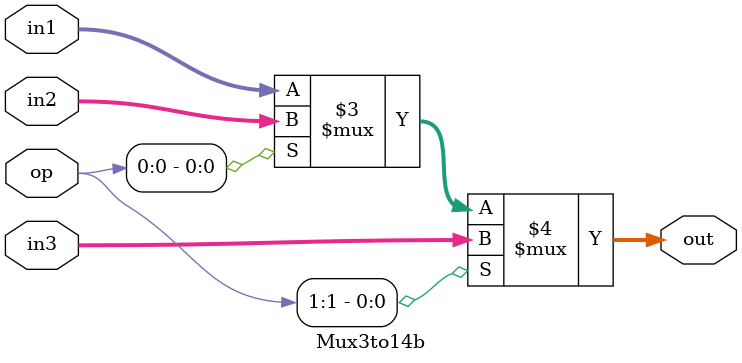
<source format=v>
`timescale 1ns / 1ps
module Mux3to14b(
	input wire[3:0] in1,in2,in3,
	input wire[1:0] op,
	output wire[3:0] out
    );
	assign out=op[1]==1?in3:(op[0]==1?in2:in1);
endmodule

</source>
